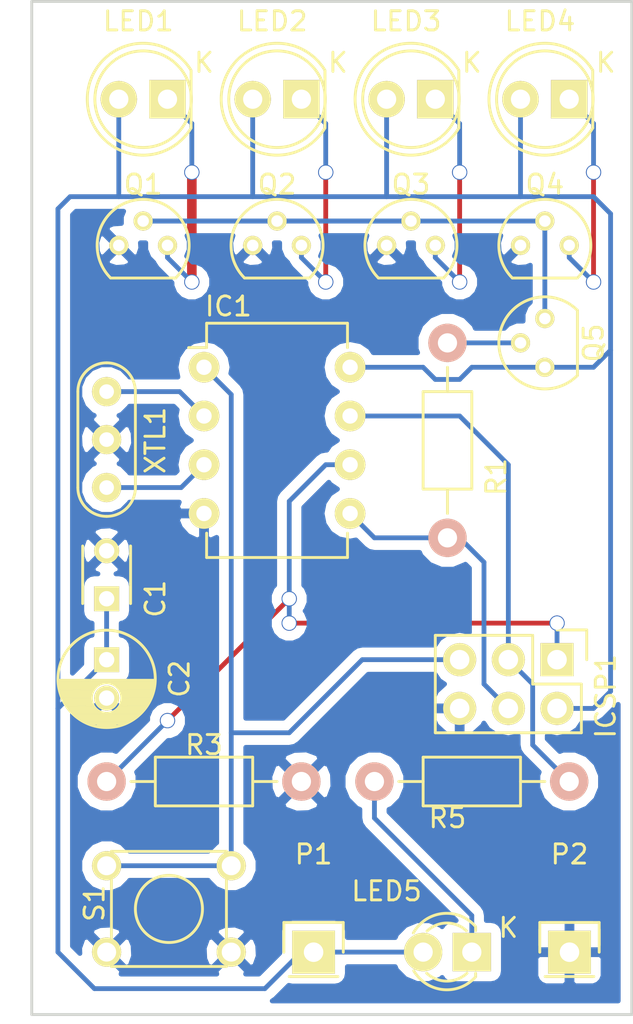
<source format=kicad_pcb>
(kicad_pcb (version 4) (host pcbnew 4.0.2-stable)

  (general
    (links 43)
    (no_connects 0)
    (area 148.95 69.106 181.875 122.62)
    (thickness 1.6)
    (drawings 5)
    (tracks 102)
    (zones 0)
    (modules 21)
    (nets 16)
  )

  (page A4)
  (layers
    (0 F.Cu signal)
    (31 B.Cu signal)
    (32 B.Adhes user)
    (33 F.Adhes user)
    (34 B.Paste user)
    (35 F.Paste user)
    (36 B.SilkS user)
    (37 F.SilkS user)
    (38 B.Mask user)
    (39 F.Mask user)
    (40 Dwgs.User user)
    (41 Cmts.User user)
    (42 Eco1.User user)
    (43 Eco2.User user)
    (44 Edge.Cuts user)
    (45 Margin user)
    (46 B.CrtYd user)
    (47 F.CrtYd user)
    (48 B.Fab user)
    (49 F.Fab user)
  )

  (setup
    (last_trace_width 0.25)
    (trace_clearance 0.2)
    (zone_clearance 0.508)
    (zone_45_only yes)
    (trace_min 0.2)
    (segment_width 0.2)
    (edge_width 0.15)
    (via_size 0.8)
    (via_drill 0.7)
    (via_min_size 0.4)
    (via_min_drill 0.3)
    (uvia_size 0.3)
    (uvia_drill 0.1)
    (uvias_allowed no)
    (uvia_min_size 0.2)
    (uvia_min_drill 0.1)
    (pcb_text_width 0.3)
    (pcb_text_size 1.5 1.5)
    (mod_edge_width 0.15)
    (mod_text_size 1 1)
    (mod_text_width 0.15)
    (pad_size 1.524 1.524)
    (pad_drill 0.762)
    (pad_to_mask_clearance 0.2)
    (aux_axis_origin 0 0)
    (visible_elements 7FFEFFFF)
    (pcbplotparams
      (layerselection 0x00100_80000000)
      (usegerberextensions false)
      (excludeedgelayer true)
      (linewidth 0.100000)
      (plotframeref false)
      (viasonmask false)
      (mode 1)
      (useauxorigin false)
      (hpglpennumber 1)
      (hpglpenspeed 20)
      (hpglpendiameter 15)
      (hpglpenoverlay 2)
      (psnegative false)
      (psa4output false)
      (plotreference true)
      (plotvalue true)
      (plotinvisibletext false)
      (padsonsilk false)
      (subtractmaskfromsilk false)
      (outputformat 1)
      (mirror false)
      (drillshape 0)
      (scaleselection 1)
      (outputdirectory gerber/))
  )

  (net 0 "")
  (net 1 VCC)
  (net 2 GND)
  (net 3 PB5)
  (net 4 PB3)
  (net 5 PB4)
  (net 6 PB0)
  (net 7 PB1)
  (net 8 PB2)
  (net 9 "Net-(LED1-Pad1)")
  (net 10 "Net-(LED2-Pad1)")
  (net 11 "Net-(LED3-Pad1)")
  (net 12 "Net-(LED4-Pad1)")
  (net 13 "Net-(LED5-Pad1)")
  (net 14 4xQ)
  (net 15 "Net-(Q5-Pad2)")

  (net_class Default "This is the default net class."
    (clearance 0.2)
    (trace_width 0.25)
    (via_dia 0.8)
    (via_drill 0.7)
    (uvia_dia 0.3)
    (uvia_drill 0.1)
    (add_net 4xQ)
    (add_net GND)
    (add_net "Net-(LED1-Pad1)")
    (add_net "Net-(LED2-Pad1)")
    (add_net "Net-(LED3-Pad1)")
    (add_net "Net-(LED4-Pad1)")
    (add_net "Net-(LED5-Pad1)")
    (add_net "Net-(Q5-Pad2)")
    (add_net PB0)
    (add_net PB1)
    (add_net PB2)
    (add_net PB3)
    (add_net PB4)
    (add_net PB5)
    (add_net VCC)
  )

  (module Capacitors_ThroughHole:C_Disc_D3_P2.5 (layer F.Cu) (tedit 57594A84) (tstamp 57584DD7)
    (at 154.305 100.33 90)
    (descr "Capacitor 3mm Disc, Pitch 2.5mm")
    (tags Capacitor)
    (path /5757FD29)
    (fp_text reference C1 (at 0 2.54 90) (layer F.SilkS)
      (effects (font (size 1 1) (thickness 0.15)))
    )
    (fp_text value 0.1uF (at 1.25 2.5 90) (layer F.Fab)
      (effects (font (size 1 1) (thickness 0.15)))
    )
    (fp_line (start -0.9 -1.5) (end 3.4 -1.5) (layer F.CrtYd) (width 0.05))
    (fp_line (start 3.4 -1.5) (end 3.4 1.5) (layer F.CrtYd) (width 0.05))
    (fp_line (start 3.4 1.5) (end -0.9 1.5) (layer F.CrtYd) (width 0.05))
    (fp_line (start -0.9 1.5) (end -0.9 -1.5) (layer F.CrtYd) (width 0.05))
    (fp_line (start -0.25 -1.25) (end 2.75 -1.25) (layer F.SilkS) (width 0.15))
    (fp_line (start 2.75 1.25) (end -0.25 1.25) (layer F.SilkS) (width 0.15))
    (pad 1 thru_hole rect (at 0 0 90) (size 1.3 1.3) (drill 0.8) (layers *.Cu *.Mask F.SilkS)
      (net 1 VCC))
    (pad 2 thru_hole circle (at 2.5 0 90) (size 1.3 1.3) (drill 0.8001) (layers *.Cu *.Mask F.SilkS)
      (net 2 GND))
    (model Capacitors_ThroughHole.3dshapes/C_Disc_D3_P2.5.wrl
      (at (xyz 0.0492126 0 0))
      (scale (xyz 1 1 1))
      (rotate (xyz 0 0 0))
    )
  )

  (module Capacitors_ThroughHole:C_Radial_D5_L11_P2 (layer F.Cu) (tedit 0) (tstamp 57584DDD)
    (at 154.305 103.505 270)
    (descr "Radial Electrolytic Capacitor 5mm x Length 11mm, Pitch 2mm")
    (tags "Electrolytic Capacitor")
    (path /5757FCDE)
    (fp_text reference C2 (at 1 -3.8 270) (layer F.SilkS)
      (effects (font (size 1 1) (thickness 0.15)))
    )
    (fp_text value ">=220uF, >=6.3V" (at 1 3.8 270) (layer F.Fab)
      (effects (font (size 1 1) (thickness 0.15)))
    )
    (fp_line (start 1.075 -2.499) (end 1.075 2.499) (layer F.SilkS) (width 0.15))
    (fp_line (start 1.215 -2.491) (end 1.215 -0.154) (layer F.SilkS) (width 0.15))
    (fp_line (start 1.215 0.154) (end 1.215 2.491) (layer F.SilkS) (width 0.15))
    (fp_line (start 1.355 -2.475) (end 1.355 -0.473) (layer F.SilkS) (width 0.15))
    (fp_line (start 1.355 0.473) (end 1.355 2.475) (layer F.SilkS) (width 0.15))
    (fp_line (start 1.495 -2.451) (end 1.495 -0.62) (layer F.SilkS) (width 0.15))
    (fp_line (start 1.495 0.62) (end 1.495 2.451) (layer F.SilkS) (width 0.15))
    (fp_line (start 1.635 -2.418) (end 1.635 -0.712) (layer F.SilkS) (width 0.15))
    (fp_line (start 1.635 0.712) (end 1.635 2.418) (layer F.SilkS) (width 0.15))
    (fp_line (start 1.775 -2.377) (end 1.775 -0.768) (layer F.SilkS) (width 0.15))
    (fp_line (start 1.775 0.768) (end 1.775 2.377) (layer F.SilkS) (width 0.15))
    (fp_line (start 1.915 -2.327) (end 1.915 -0.795) (layer F.SilkS) (width 0.15))
    (fp_line (start 1.915 0.795) (end 1.915 2.327) (layer F.SilkS) (width 0.15))
    (fp_line (start 2.055 -2.266) (end 2.055 -0.798) (layer F.SilkS) (width 0.15))
    (fp_line (start 2.055 0.798) (end 2.055 2.266) (layer F.SilkS) (width 0.15))
    (fp_line (start 2.195 -2.196) (end 2.195 -0.776) (layer F.SilkS) (width 0.15))
    (fp_line (start 2.195 0.776) (end 2.195 2.196) (layer F.SilkS) (width 0.15))
    (fp_line (start 2.335 -2.114) (end 2.335 -0.726) (layer F.SilkS) (width 0.15))
    (fp_line (start 2.335 0.726) (end 2.335 2.114) (layer F.SilkS) (width 0.15))
    (fp_line (start 2.475 -2.019) (end 2.475 -0.644) (layer F.SilkS) (width 0.15))
    (fp_line (start 2.475 0.644) (end 2.475 2.019) (layer F.SilkS) (width 0.15))
    (fp_line (start 2.615 -1.908) (end 2.615 -0.512) (layer F.SilkS) (width 0.15))
    (fp_line (start 2.615 0.512) (end 2.615 1.908) (layer F.SilkS) (width 0.15))
    (fp_line (start 2.755 -1.78) (end 2.755 -0.265) (layer F.SilkS) (width 0.15))
    (fp_line (start 2.755 0.265) (end 2.755 1.78) (layer F.SilkS) (width 0.15))
    (fp_line (start 2.895 -1.631) (end 2.895 1.631) (layer F.SilkS) (width 0.15))
    (fp_line (start 3.035 -1.452) (end 3.035 1.452) (layer F.SilkS) (width 0.15))
    (fp_line (start 3.175 -1.233) (end 3.175 1.233) (layer F.SilkS) (width 0.15))
    (fp_line (start 3.315 -0.944) (end 3.315 0.944) (layer F.SilkS) (width 0.15))
    (fp_line (start 3.455 -0.472) (end 3.455 0.472) (layer F.SilkS) (width 0.15))
    (fp_circle (center 2 0) (end 2 -0.8) (layer F.SilkS) (width 0.15))
    (fp_circle (center 1 0) (end 1 -2.5375) (layer F.SilkS) (width 0.15))
    (fp_circle (center 1 0) (end 1 -2.8) (layer F.CrtYd) (width 0.05))
    (pad 1 thru_hole rect (at 0 0 270) (size 1.3 1.3) (drill 0.8) (layers *.Cu *.Mask F.SilkS)
      (net 1 VCC))
    (pad 2 thru_hole circle (at 2 0 270) (size 1.3 1.3) (drill 0.8) (layers *.Cu *.Mask F.SilkS)
      (net 2 GND))
    (model Capacitors_ThroughHole.3dshapes/C_Radial_D5_L11_P2.wrl
      (at (xyz 0 0 0))
      (scale (xyz 1 1 1))
      (rotate (xyz 0 0 0))
    )
  )

  (module Housings_DIP:DIP-8_W7.62mm (layer F.Cu) (tedit 57594A7F) (tstamp 57584DE9)
    (at 159.385 88.265)
    (descr "8-lead dip package, row spacing 7.62 mm (300 mils)")
    (tags "dil dip 2.54 300")
    (path /5757DE52)
    (fp_text reference IC1 (at 1.27 -3.175) (layer F.SilkS)
      (effects (font (size 1 1) (thickness 0.15)))
    )
    (fp_text value ~ (at 0 -3.72) (layer F.Fab)
      (effects (font (size 1 1) (thickness 0.15)))
    )
    (fp_line (start -1.05 -2.45) (end -1.05 10.1) (layer F.CrtYd) (width 0.05))
    (fp_line (start 8.65 -2.45) (end 8.65 10.1) (layer F.CrtYd) (width 0.05))
    (fp_line (start -1.05 -2.45) (end 8.65 -2.45) (layer F.CrtYd) (width 0.05))
    (fp_line (start -1.05 10.1) (end 8.65 10.1) (layer F.CrtYd) (width 0.05))
    (fp_line (start 0.135 -2.295) (end 0.135 -1.025) (layer F.SilkS) (width 0.15))
    (fp_line (start 7.485 -2.295) (end 7.485 -1.025) (layer F.SilkS) (width 0.15))
    (fp_line (start 7.485 9.915) (end 7.485 8.645) (layer F.SilkS) (width 0.15))
    (fp_line (start 0.135 9.915) (end 0.135 8.645) (layer F.SilkS) (width 0.15))
    (fp_line (start 0.135 -2.295) (end 7.485 -2.295) (layer F.SilkS) (width 0.15))
    (fp_line (start 0.135 9.915) (end 7.485 9.915) (layer F.SilkS) (width 0.15))
    (fp_line (start 0.135 -1.025) (end -0.8 -1.025) (layer F.SilkS) (width 0.15))
    (pad 1 thru_hole oval (at 0 0) (size 1.6 1.6) (drill 0.8) (layers *.Cu *.Mask F.SilkS)
      (net 3 PB5))
    (pad 2 thru_hole oval (at 0 2.54) (size 1.6 1.6) (drill 0.8) (layers *.Cu *.Mask F.SilkS)
      (net 4 PB3))
    (pad 3 thru_hole oval (at 0 5.08) (size 1.6 1.6) (drill 0.8) (layers *.Cu *.Mask F.SilkS)
      (net 5 PB4))
    (pad 4 thru_hole oval (at 0 7.62) (size 1.6 1.6) (drill 0.8) (layers *.Cu *.Mask F.SilkS)
      (net 2 GND))
    (pad 5 thru_hole oval (at 7.62 7.62) (size 1.6 1.6) (drill 0.8) (layers *.Cu *.Mask F.SilkS)
      (net 6 PB0))
    (pad 6 thru_hole oval (at 7.62 5.08) (size 1.6 1.6) (drill 0.8) (layers *.Cu *.Mask F.SilkS)
      (net 7 PB1))
    (pad 7 thru_hole oval (at 7.62 2.54) (size 1.6 1.6) (drill 0.8) (layers *.Cu *.Mask F.SilkS)
      (net 8 PB2))
    (pad 8 thru_hole oval (at 7.62 0) (size 1.6 1.6) (drill 0.8) (layers *.Cu *.Mask F.SilkS)
      (net 1 VCC))
    (model Housings_DIP.3dshapes/DIP-8_W7.62mm.wrl
      (at (xyz 0 0 0))
      (scale (xyz 1 1 1))
      (rotate (xyz 0 0 0))
    )
  )

  (module LEDs:LED-5MM (layer F.Cu) (tedit 57594A01) (tstamp 57584DEF)
    (at 157.48 74.295 180)
    (descr "LED 5mm round vertical")
    (tags "LED 5mm round vertical")
    (path /57582165)
    (fp_text reference LED1 (at 1.524 4.064 180) (layer F.SilkS)
      (effects (font (size 1 1) (thickness 0.15)))
    )
    (fp_text value ~ (at 8.255 -10.795 180) (layer F.Fab)
      (effects (font (size 1 1) (thickness 0.15)))
    )
    (fp_line (start -1.5 -1.55) (end -1.5 1.55) (layer F.CrtYd) (width 0.05))
    (fp_arc (start 1.3 0) (end -1.5 1.55) (angle -302) (layer F.CrtYd) (width 0.05))
    (fp_arc (start 1.27 0) (end -1.23 -1.5) (angle 297.5) (layer F.SilkS) (width 0.15))
    (fp_line (start -1.23 1.5) (end -1.23 -1.5) (layer F.SilkS) (width 0.15))
    (fp_circle (center 1.27 0) (end 0.97 -2.5) (layer F.SilkS) (width 0.15))
    (fp_text user K (at -1.905 1.905 180) (layer F.SilkS)
      (effects (font (size 1 1) (thickness 0.15)))
    )
    (pad 1 thru_hole rect (at 0 0 270) (size 2 1.9) (drill 1.00076) (layers *.Cu *.Mask F.SilkS)
      (net 9 "Net-(LED1-Pad1)"))
    (pad 2 thru_hole circle (at 2.54 0 180) (size 1.9 1.9) (drill 1.00076) (layers *.Cu *.Mask F.SilkS)
      (net 1 VCC))
    (model LEDs.3dshapes/LED-5MM.wrl
      (at (xyz 0.05 0 0))
      (scale (xyz 1 1 1))
      (rotate (xyz 0 0 90))
    )
  )

  (module LEDs:LED-5MM (layer F.Cu) (tedit 5570F7EA) (tstamp 57584DF5)
    (at 164.465 74.295 180)
    (descr "LED 5mm round vertical")
    (tags "LED 5mm round vertical")
    (path /575824DC)
    (fp_text reference LED2 (at 1.524 4.064 180) (layer F.SilkS)
      (effects (font (size 1 1) (thickness 0.15)))
    )
    (fp_text value ~ (at 1.524 -3.937 180) (layer F.Fab)
      (effects (font (size 1 1) (thickness 0.15)))
    )
    (fp_line (start -1.5 -1.55) (end -1.5 1.55) (layer F.CrtYd) (width 0.05))
    (fp_arc (start 1.3 0) (end -1.5 1.55) (angle -302) (layer F.CrtYd) (width 0.05))
    (fp_arc (start 1.27 0) (end -1.23 -1.5) (angle 297.5) (layer F.SilkS) (width 0.15))
    (fp_line (start -1.23 1.5) (end -1.23 -1.5) (layer F.SilkS) (width 0.15))
    (fp_circle (center 1.27 0) (end 0.97 -2.5) (layer F.SilkS) (width 0.15))
    (fp_text user K (at -1.905 1.905 180) (layer F.SilkS)
      (effects (font (size 1 1) (thickness 0.15)))
    )
    (pad 1 thru_hole rect (at 0 0 270) (size 2 1.9) (drill 1.00076) (layers *.Cu *.Mask F.SilkS)
      (net 10 "Net-(LED2-Pad1)"))
    (pad 2 thru_hole circle (at 2.54 0 180) (size 1.9 1.9) (drill 1.00076) (layers *.Cu *.Mask F.SilkS)
      (net 1 VCC))
    (model LEDs.3dshapes/LED-5MM.wrl
      (at (xyz 0.05 0 0))
      (scale (xyz 1 1 1))
      (rotate (xyz 0 0 90))
    )
  )

  (module LEDs:LED-5MM (layer F.Cu) (tedit 5570F7EA) (tstamp 57584DFB)
    (at 171.45 74.295 180)
    (descr "LED 5mm round vertical")
    (tags "LED 5mm round vertical")
    (path /575825CB)
    (fp_text reference LED3 (at 1.524 4.064 180) (layer F.SilkS)
      (effects (font (size 1 1) (thickness 0.15)))
    )
    (fp_text value ~ (at 1.524 -3.937 180) (layer F.Fab)
      (effects (font (size 1 1) (thickness 0.15)))
    )
    (fp_line (start -1.5 -1.55) (end -1.5 1.55) (layer F.CrtYd) (width 0.05))
    (fp_arc (start 1.3 0) (end -1.5 1.55) (angle -302) (layer F.CrtYd) (width 0.05))
    (fp_arc (start 1.27 0) (end -1.23 -1.5) (angle 297.5) (layer F.SilkS) (width 0.15))
    (fp_line (start -1.23 1.5) (end -1.23 -1.5) (layer F.SilkS) (width 0.15))
    (fp_circle (center 1.27 0) (end 0.97 -2.5) (layer F.SilkS) (width 0.15))
    (fp_text user K (at -1.905 1.905 180) (layer F.SilkS)
      (effects (font (size 1 1) (thickness 0.15)))
    )
    (pad 1 thru_hole rect (at 0 0 270) (size 2 1.9) (drill 1.00076) (layers *.Cu *.Mask F.SilkS)
      (net 11 "Net-(LED3-Pad1)"))
    (pad 2 thru_hole circle (at 2.54 0 180) (size 1.9 1.9) (drill 1.00076) (layers *.Cu *.Mask F.SilkS)
      (net 1 VCC))
    (model LEDs.3dshapes/LED-5MM.wrl
      (at (xyz 0.05 0 0))
      (scale (xyz 1 1 1))
      (rotate (xyz 0 0 90))
    )
  )

  (module LEDs:LED-5MM (layer F.Cu) (tedit 5570F7EA) (tstamp 57584E01)
    (at 178.435 74.295 180)
    (descr "LED 5mm round vertical")
    (tags "LED 5mm round vertical")
    (path /57581A41)
    (fp_text reference LED4 (at 1.524 4.064 180) (layer F.SilkS)
      (effects (font (size 1 1) (thickness 0.15)))
    )
    (fp_text value ~ (at 1.524 -3.937 180) (layer F.Fab)
      (effects (font (size 1 1) (thickness 0.15)))
    )
    (fp_line (start -1.5 -1.55) (end -1.5 1.55) (layer F.CrtYd) (width 0.05))
    (fp_arc (start 1.3 0) (end -1.5 1.55) (angle -302) (layer F.CrtYd) (width 0.05))
    (fp_arc (start 1.27 0) (end -1.23 -1.5) (angle 297.5) (layer F.SilkS) (width 0.15))
    (fp_line (start -1.23 1.5) (end -1.23 -1.5) (layer F.SilkS) (width 0.15))
    (fp_circle (center 1.27 0) (end 0.97 -2.5) (layer F.SilkS) (width 0.15))
    (fp_text user K (at -1.905 1.905 180) (layer F.SilkS)
      (effects (font (size 1 1) (thickness 0.15)))
    )
    (pad 1 thru_hole rect (at 0 0 270) (size 2 1.9) (drill 1.00076) (layers *.Cu *.Mask F.SilkS)
      (net 12 "Net-(LED4-Pad1)"))
    (pad 2 thru_hole circle (at 2.54 0 180) (size 1.9 1.9) (drill 1.00076) (layers *.Cu *.Mask F.SilkS)
      (net 1 VCC))
    (model LEDs.3dshapes/LED-5MM.wrl
      (at (xyz 0.05 0 0))
      (scale (xyz 1 1 1))
      (rotate (xyz 0 0 90))
    )
  )

  (module LEDs:LED-3MM (layer F.Cu) (tedit 57594ACD) (tstamp 57584E07)
    (at 173.355 118.745 180)
    (descr "LED 3mm round vertical")
    (tags "LED  3mm round vertical")
    (path /57583B30)
    (fp_text reference LED5 (at 4.445 3.175 180) (layer F.SilkS)
      (effects (font (size 1 1) (thickness 0.15)))
    )
    (fp_text value "Green 3mm" (at 1.3 -2.9 180) (layer F.Fab)
      (effects (font (size 1 1) (thickness 0.15)))
    )
    (fp_line (start -1.2 2.3) (end 3.8 2.3) (layer F.CrtYd) (width 0.05))
    (fp_line (start 3.8 2.3) (end 3.8 -2.2) (layer F.CrtYd) (width 0.05))
    (fp_line (start 3.8 -2.2) (end -1.2 -2.2) (layer F.CrtYd) (width 0.05))
    (fp_line (start -1.2 -2.2) (end -1.2 2.3) (layer F.CrtYd) (width 0.05))
    (fp_line (start -0.199 1.314) (end -0.199 1.114) (layer F.SilkS) (width 0.15))
    (fp_line (start -0.199 -1.28) (end -0.199 -1.1) (layer F.SilkS) (width 0.15))
    (fp_arc (start 1.301 0.034) (end -0.199 -1.286) (angle 108.5) (layer F.SilkS) (width 0.15))
    (fp_arc (start 1.301 0.034) (end 0.25 -1.1) (angle 85.7) (layer F.SilkS) (width 0.15))
    (fp_arc (start 1.311 0.034) (end 3.051 0.994) (angle 110) (layer F.SilkS) (width 0.15))
    (fp_arc (start 1.301 0.034) (end 2.335 1.094) (angle 87.5) (layer F.SilkS) (width 0.15))
    (fp_text user K (at -1.905 1.27 180) (layer F.SilkS)
      (effects (font (size 1 1) (thickness 0.15)))
    )
    (pad 1 thru_hole rect (at 0 0 270) (size 2 2) (drill 1.00076) (layers *.Cu *.Mask F.SilkS)
      (net 13 "Net-(LED5-Pad1)"))
    (pad 2 thru_hole circle (at 2.54 0 180) (size 2 2) (drill 1.00076) (layers *.Cu *.Mask F.SilkS)
      (net 1 VCC))
    (model LEDs.3dshapes/LED-3MM.wrl
      (at (xyz 0.05 0 0))
      (scale (xyz 1 1 1))
      (rotate (xyz 0 0 90))
    )
  )

  (module TO_SOT_Packages_THT:TO-92_Molded_Narrow (layer F.Cu) (tedit 57594A75) (tstamp 57584E0E)
    (at 154.94 81.915)
    (descr "TO-92 leads molded, narrow, drill 0.6mm (see NXP sot054_po.pdf)")
    (tags "to-92 sc-43 sc-43a sot54 PA33 transistor")
    (path /5758215F)
    (fp_text reference Q1 (at 1.27 -3.175) (layer F.SilkS)
      (effects (font (size 1 1) (thickness 0.15)))
    )
    (fp_text value ~ (at 0 3) (layer F.Fab)
      (effects (font (size 1 1) (thickness 0.15)))
    )
    (fp_line (start -1.4 1.95) (end -1.4 -2.65) (layer F.CrtYd) (width 0.05))
    (fp_line (start -1.4 1.95) (end 3.9 1.95) (layer F.CrtYd) (width 0.05))
    (fp_line (start -0.43 1.7) (end 2.97 1.7) (layer F.SilkS) (width 0.15))
    (fp_arc (start 1.27 0) (end 1.27 -2.4) (angle -135) (layer F.SilkS) (width 0.15))
    (fp_arc (start 1.27 0) (end 1.27 -2.4) (angle 135) (layer F.SilkS) (width 0.15))
    (fp_line (start -1.4 -2.65) (end 3.9 -2.65) (layer F.CrtYd) (width 0.05))
    (fp_line (start 3.9 1.95) (end 3.9 -2.65) (layer F.CrtYd) (width 0.05))
    (pad 2 thru_hole circle (at 1.27 -1.27 90) (size 1.00076 1.00076) (drill 0.6) (layers *.Cu *.Mask F.SilkS)
      (net 14 4xQ))
    (pad 3 thru_hole circle (at 2.54 0 90) (size 1.00076 1.00076) (drill 0.6) (layers *.Cu *.Mask F.SilkS)
      (net 9 "Net-(LED1-Pad1)"))
    (pad 1 thru_hole circle (at 0 0 90) (size 1.00076 1.00076) (drill 0.6) (layers *.Cu *.Mask F.SilkS)
      (net 2 GND))
    (model TO_SOT_Packages_THT.3dshapes/TO-92_Molded_Narrow.wrl
      (at (xyz 0.05 0 0))
      (scale (xyz 1 1 1))
      (rotate (xyz 0 0 -90))
    )
  )

  (module TO_SOT_Packages_THT:TO-92_Molded_Narrow (layer F.Cu) (tedit 57594A73) (tstamp 57584E15)
    (at 161.925 81.915)
    (descr "TO-92 leads molded, narrow, drill 0.6mm (see NXP sot054_po.pdf)")
    (tags "to-92 sc-43 sc-43a sot54 PA33 transistor")
    (path /575824D6)
    (fp_text reference Q2 (at 1.27 -3.175) (layer F.SilkS)
      (effects (font (size 1 1) (thickness 0.15)))
    )
    (fp_text value ~ (at 0 3) (layer F.Fab)
      (effects (font (size 1 1) (thickness 0.15)))
    )
    (fp_line (start -1.4 1.95) (end -1.4 -2.65) (layer F.CrtYd) (width 0.05))
    (fp_line (start -1.4 1.95) (end 3.9 1.95) (layer F.CrtYd) (width 0.05))
    (fp_line (start -0.43 1.7) (end 2.97 1.7) (layer F.SilkS) (width 0.15))
    (fp_arc (start 1.27 0) (end 1.27 -2.4) (angle -135) (layer F.SilkS) (width 0.15))
    (fp_arc (start 1.27 0) (end 1.27 -2.4) (angle 135) (layer F.SilkS) (width 0.15))
    (fp_line (start -1.4 -2.65) (end 3.9 -2.65) (layer F.CrtYd) (width 0.05))
    (fp_line (start 3.9 1.95) (end 3.9 -2.65) (layer F.CrtYd) (width 0.05))
    (pad 2 thru_hole circle (at 1.27 -1.27 90) (size 1.00076 1.00076) (drill 0.6) (layers *.Cu *.Mask F.SilkS)
      (net 14 4xQ))
    (pad 3 thru_hole circle (at 2.54 0 90) (size 1.00076 1.00076) (drill 0.6) (layers *.Cu *.Mask F.SilkS)
      (net 10 "Net-(LED2-Pad1)"))
    (pad 1 thru_hole circle (at 0 0 90) (size 1.00076 1.00076) (drill 0.6) (layers *.Cu *.Mask F.SilkS)
      (net 2 GND))
    (model TO_SOT_Packages_THT.3dshapes/TO-92_Molded_Narrow.wrl
      (at (xyz 0.05 0 0))
      (scale (xyz 1 1 1))
      (rotate (xyz 0 0 -90))
    )
  )

  (module TO_SOT_Packages_THT:TO-92_Molded_Narrow (layer F.Cu) (tedit 57594A71) (tstamp 57584E1C)
    (at 168.91 81.915)
    (descr "TO-92 leads molded, narrow, drill 0.6mm (see NXP sot054_po.pdf)")
    (tags "to-92 sc-43 sc-43a sot54 PA33 transistor")
    (path /575825C5)
    (fp_text reference Q3 (at 1.27 -3.175) (layer F.SilkS)
      (effects (font (size 1 1) (thickness 0.15)))
    )
    (fp_text value ~ (at 0 3) (layer F.Fab)
      (effects (font (size 1 1) (thickness 0.15)))
    )
    (fp_line (start -1.4 1.95) (end -1.4 -2.65) (layer F.CrtYd) (width 0.05))
    (fp_line (start -1.4 1.95) (end 3.9 1.95) (layer F.CrtYd) (width 0.05))
    (fp_line (start -0.43 1.7) (end 2.97 1.7) (layer F.SilkS) (width 0.15))
    (fp_arc (start 1.27 0) (end 1.27 -2.4) (angle -135) (layer F.SilkS) (width 0.15))
    (fp_arc (start 1.27 0) (end 1.27 -2.4) (angle 135) (layer F.SilkS) (width 0.15))
    (fp_line (start -1.4 -2.65) (end 3.9 -2.65) (layer F.CrtYd) (width 0.05))
    (fp_line (start 3.9 1.95) (end 3.9 -2.65) (layer F.CrtYd) (width 0.05))
    (pad 2 thru_hole circle (at 1.27 -1.27 90) (size 1.00076 1.00076) (drill 0.6) (layers *.Cu *.Mask F.SilkS)
      (net 14 4xQ))
    (pad 3 thru_hole circle (at 2.54 0 90) (size 1.00076 1.00076) (drill 0.6) (layers *.Cu *.Mask F.SilkS)
      (net 11 "Net-(LED3-Pad1)"))
    (pad 1 thru_hole circle (at 0 0 90) (size 1.00076 1.00076) (drill 0.6) (layers *.Cu *.Mask F.SilkS)
      (net 2 GND))
    (model TO_SOT_Packages_THT.3dshapes/TO-92_Molded_Narrow.wrl
      (at (xyz 0.05 0 0))
      (scale (xyz 1 1 1))
      (rotate (xyz 0 0 -90))
    )
  )

  (module TO_SOT_Packages_THT:TO-92_Molded_Narrow (layer F.Cu) (tedit 57594A6E) (tstamp 57584E23)
    (at 175.895 81.915)
    (descr "TO-92 leads molded, narrow, drill 0.6mm (see NXP sot054_po.pdf)")
    (tags "to-92 sc-43 sc-43a sot54 PA33 transistor")
    (path /575819B0)
    (fp_text reference Q4 (at 1.27 -3.175) (layer F.SilkS)
      (effects (font (size 1 1) (thickness 0.15)))
    )
    (fp_text value ~ (at 0 3) (layer F.Fab)
      (effects (font (size 1 1) (thickness 0.15)))
    )
    (fp_line (start -1.4 1.95) (end -1.4 -2.65) (layer F.CrtYd) (width 0.05))
    (fp_line (start -1.4 1.95) (end 3.9 1.95) (layer F.CrtYd) (width 0.05))
    (fp_line (start -0.43 1.7) (end 2.97 1.7) (layer F.SilkS) (width 0.15))
    (fp_arc (start 1.27 0) (end 1.27 -2.4) (angle -135) (layer F.SilkS) (width 0.15))
    (fp_arc (start 1.27 0) (end 1.27 -2.4) (angle 135) (layer F.SilkS) (width 0.15))
    (fp_line (start -1.4 -2.65) (end 3.9 -2.65) (layer F.CrtYd) (width 0.05))
    (fp_line (start 3.9 1.95) (end 3.9 -2.65) (layer F.CrtYd) (width 0.05))
    (pad 2 thru_hole circle (at 1.27 -1.27 90) (size 1.00076 1.00076) (drill 0.6) (layers *.Cu *.Mask F.SilkS)
      (net 14 4xQ))
    (pad 3 thru_hole circle (at 2.54 0 90) (size 1.00076 1.00076) (drill 0.6) (layers *.Cu *.Mask F.SilkS)
      (net 12 "Net-(LED4-Pad1)"))
    (pad 1 thru_hole circle (at 0 0 90) (size 1.00076 1.00076) (drill 0.6) (layers *.Cu *.Mask F.SilkS)
      (net 2 GND))
    (model TO_SOT_Packages_THT.3dshapes/TO-92_Molded_Narrow.wrl
      (at (xyz 0.05 0 0))
      (scale (xyz 1 1 1))
      (rotate (xyz 0 0 -90))
    )
  )

  (module TO_SOT_Packages_THT:TO-92_Molded_Narrow (layer F.Cu) (tedit 57594A6B) (tstamp 57584E2A)
    (at 177.165 88.265 90)
    (descr "TO-92 leads molded, narrow, drill 0.6mm (see NXP sot054_po.pdf)")
    (tags "to-92 sc-43 sc-43a sot54 PA33 transistor")
    (path /57580AE2)
    (fp_text reference Q5 (at 1.27 2.54 90) (layer F.SilkS)
      (effects (font (size 1 1) (thickness 0.15)))
    )
    (fp_text value ~ (at 0 3 90) (layer F.Fab)
      (effects (font (size 1 1) (thickness 0.15)))
    )
    (fp_line (start -1.4 1.95) (end -1.4 -2.65) (layer F.CrtYd) (width 0.05))
    (fp_line (start -1.4 1.95) (end 3.9 1.95) (layer F.CrtYd) (width 0.05))
    (fp_line (start -0.43 1.7) (end 2.97 1.7) (layer F.SilkS) (width 0.15))
    (fp_arc (start 1.27 0) (end 1.27 -2.4) (angle -135) (layer F.SilkS) (width 0.15))
    (fp_arc (start 1.27 0) (end 1.27 -2.4) (angle 135) (layer F.SilkS) (width 0.15))
    (fp_line (start -1.4 -2.65) (end 3.9 -2.65) (layer F.CrtYd) (width 0.05))
    (fp_line (start 3.9 1.95) (end 3.9 -2.65) (layer F.CrtYd) (width 0.05))
    (pad 2 thru_hole circle (at 1.27 -1.27 180) (size 1.00076 1.00076) (drill 0.6) (layers *.Cu *.Mask F.SilkS)
      (net 15 "Net-(Q5-Pad2)"))
    (pad 3 thru_hole circle (at 2.54 0 180) (size 1.00076 1.00076) (drill 0.6) (layers *.Cu *.Mask F.SilkS)
      (net 14 4xQ))
    (pad 1 thru_hole circle (at 0 0 180) (size 1.00076 1.00076) (drill 0.6) (layers *.Cu *.Mask F.SilkS)
      (net 1 VCC))
    (model TO_SOT_Packages_THT.3dshapes/TO-92_Molded_Narrow.wrl
      (at (xyz 0.05 0 0))
      (scale (xyz 1 1 1))
      (rotate (xyz 0 0 -90))
    )
  )

  (module Resistors_ThroughHole:Resistor_Horizontal_RM10mm (layer F.Cu) (tedit 57594A66) (tstamp 57584E30)
    (at 172.085 86.995 270)
    (descr "Resistor, Axial,  RM 10mm, 1/3W")
    (tags "Resistor Axial RM 10mm 1/3W")
    (path /5758072A)
    (fp_text reference R1 (at 6.985 -2.54 270) (layer F.SilkS)
      (effects (font (size 1 1) (thickness 0.15)))
    )
    (fp_text value "1K, 1/4W 5%" (at 5.08 3.81 270) (layer F.Fab)
      (effects (font (size 1 1) (thickness 0.15)))
    )
    (fp_line (start -1.25 -1.5) (end 11.4 -1.5) (layer F.CrtYd) (width 0.05))
    (fp_line (start -1.25 1.5) (end -1.25 -1.5) (layer F.CrtYd) (width 0.05))
    (fp_line (start 11.4 -1.5) (end 11.4 1.5) (layer F.CrtYd) (width 0.05))
    (fp_line (start -1.25 1.5) (end 11.4 1.5) (layer F.CrtYd) (width 0.05))
    (fp_line (start 2.54 -1.27) (end 7.62 -1.27) (layer F.SilkS) (width 0.15))
    (fp_line (start 7.62 -1.27) (end 7.62 1.27) (layer F.SilkS) (width 0.15))
    (fp_line (start 7.62 1.27) (end 2.54 1.27) (layer F.SilkS) (width 0.15))
    (fp_line (start 2.54 1.27) (end 2.54 -1.27) (layer F.SilkS) (width 0.15))
    (fp_line (start 2.54 0) (end 1.27 0) (layer F.SilkS) (width 0.15))
    (fp_line (start 7.62 0) (end 8.89 0) (layer F.SilkS) (width 0.15))
    (pad 1 thru_hole circle (at 0 0 270) (size 1.99898 1.99898) (drill 1.00076) (layers *.Cu *.SilkS *.Mask)
      (net 15 "Net-(Q5-Pad2)"))
    (pad 2 thru_hole circle (at 10.16 0 270) (size 1.99898 1.99898) (drill 1.00076) (layers *.Cu *.SilkS *.Mask)
      (net 6 PB0))
    (model Resistors_ThroughHole.3dshapes/Resistor_Horizontal_RM10mm.wrl
      (at (xyz 0.2 0 0))
      (scale (xyz 0.4 0.4 0.4))
      (rotate (xyz 0 0 0))
    )
  )

  (module Resistors_ThroughHole:Resistor_Horizontal_RM10mm (layer F.Cu) (tedit 57594A99) (tstamp 57584E36)
    (at 164.465 109.855 180)
    (descr "Resistor, Axial,  RM 10mm, 1/3W")
    (tags "Resistor Axial RM 10mm 1/3W")
    (path /5758897B)
    (fp_text reference R3 (at 5.08 1.905 180) (layer F.SilkS)
      (effects (font (size 1 1) (thickness 0.15)))
    )
    (fp_text value "10K, 1/4 5%" (at 5.08 3.81 180) (layer F.Fab)
      (effects (font (size 1 1) (thickness 0.15)))
    )
    (fp_line (start -1.25 -1.5) (end 11.4 -1.5) (layer F.CrtYd) (width 0.05))
    (fp_line (start -1.25 1.5) (end -1.25 -1.5) (layer F.CrtYd) (width 0.05))
    (fp_line (start 11.4 -1.5) (end 11.4 1.5) (layer F.CrtYd) (width 0.05))
    (fp_line (start -1.25 1.5) (end 11.4 1.5) (layer F.CrtYd) (width 0.05))
    (fp_line (start 2.54 -1.27) (end 7.62 -1.27) (layer F.SilkS) (width 0.15))
    (fp_line (start 7.62 -1.27) (end 7.62 1.27) (layer F.SilkS) (width 0.15))
    (fp_line (start 7.62 1.27) (end 2.54 1.27) (layer F.SilkS) (width 0.15))
    (fp_line (start 2.54 1.27) (end 2.54 -1.27) (layer F.SilkS) (width 0.15))
    (fp_line (start 2.54 0) (end 1.27 0) (layer F.SilkS) (width 0.15))
    (fp_line (start 7.62 0) (end 8.89 0) (layer F.SilkS) (width 0.15))
    (pad 1 thru_hole circle (at 0 0 180) (size 1.99898 1.99898) (drill 1.00076) (layers *.Cu *.SilkS *.Mask)
      (net 2 GND))
    (pad 2 thru_hole circle (at 10.16 0 180) (size 1.99898 1.99898) (drill 1.00076) (layers *.Cu *.SilkS *.Mask)
      (net 7 PB1))
    (model Resistors_ThroughHole.3dshapes/Resistor_Horizontal_RM10mm.wrl
      (at (xyz 0.2 0 0))
      (scale (xyz 0.4 0.4 0.4))
      (rotate (xyz 0 0 0))
    )
  )

  (module Resistors_ThroughHole:Resistor_Horizontal_RM10mm (layer F.Cu) (tedit 57594ABB) (tstamp 57584E3C)
    (at 168.275 109.855)
    (descr "Resistor, Axial,  RM 10mm, 1/3W")
    (tags "Resistor Axial RM 10mm 1/3W")
    (path /57583A9E)
    (fp_text reference R5 (at 3.81 1.905) (layer F.SilkS)
      (effects (font (size 1 1) (thickness 0.15)))
    )
    (fp_text value "1K, 1/4W 5%" (at 5.08 3.81) (layer F.Fab)
      (effects (font (size 1 1) (thickness 0.15)))
    )
    (fp_line (start -1.25 -1.5) (end 11.4 -1.5) (layer F.CrtYd) (width 0.05))
    (fp_line (start -1.25 1.5) (end -1.25 -1.5) (layer F.CrtYd) (width 0.05))
    (fp_line (start 11.4 -1.5) (end 11.4 1.5) (layer F.CrtYd) (width 0.05))
    (fp_line (start -1.25 1.5) (end 11.4 1.5) (layer F.CrtYd) (width 0.05))
    (fp_line (start 2.54 -1.27) (end 7.62 -1.27) (layer F.SilkS) (width 0.15))
    (fp_line (start 7.62 -1.27) (end 7.62 1.27) (layer F.SilkS) (width 0.15))
    (fp_line (start 7.62 1.27) (end 2.54 1.27) (layer F.SilkS) (width 0.15))
    (fp_line (start 2.54 1.27) (end 2.54 -1.27) (layer F.SilkS) (width 0.15))
    (fp_line (start 2.54 0) (end 1.27 0) (layer F.SilkS) (width 0.15))
    (fp_line (start 7.62 0) (end 8.89 0) (layer F.SilkS) (width 0.15))
    (pad 1 thru_hole circle (at 0 0) (size 1.99898 1.99898) (drill 1.00076) (layers *.Cu *.SilkS *.Mask)
      (net 13 "Net-(LED5-Pad1)"))
    (pad 2 thru_hole circle (at 10.16 0) (size 1.99898 1.99898) (drill 1.00076) (layers *.Cu *.SilkS *.Mask)
      (net 8 PB2))
    (model Resistors_ThroughHole.3dshapes/Resistor_Horizontal_RM10mm.wrl
      (at (xyz 0.2 0 0))
      (scale (xyz 0.4 0.4 0.4))
      (rotate (xyz 0 0 0))
    )
  )

  (module Pin_Headers:Pin_Header_Straight_2x03 (layer F.Cu) (tedit 57594ABF) (tstamp 57585274)
    (at 177.8 103.505 270)
    (descr "Through hole pin header")
    (tags "pin header")
    (path /5757F402)
    (fp_text reference ICSP1 (at 1.905 -2.54 270) (layer F.SilkS)
      (effects (font (size 1 1) (thickness 0.15)))
    )
    (fp_text value ~ (at 0 -3.1 270) (layer F.Fab)
      (effects (font (size 1 1) (thickness 0.15)))
    )
    (fp_line (start -1.27 1.27) (end -1.27 6.35) (layer F.SilkS) (width 0.15))
    (fp_line (start -1.55 -1.55) (end 0 -1.55) (layer F.SilkS) (width 0.15))
    (fp_line (start -1.75 -1.75) (end -1.75 6.85) (layer F.CrtYd) (width 0.05))
    (fp_line (start 4.3 -1.75) (end 4.3 6.85) (layer F.CrtYd) (width 0.05))
    (fp_line (start -1.75 -1.75) (end 4.3 -1.75) (layer F.CrtYd) (width 0.05))
    (fp_line (start -1.75 6.85) (end 4.3 6.85) (layer F.CrtYd) (width 0.05))
    (fp_line (start 1.27 -1.27) (end 1.27 1.27) (layer F.SilkS) (width 0.15))
    (fp_line (start 1.27 1.27) (end -1.27 1.27) (layer F.SilkS) (width 0.15))
    (fp_line (start -1.27 6.35) (end 3.81 6.35) (layer F.SilkS) (width 0.15))
    (fp_line (start 3.81 6.35) (end 3.81 1.27) (layer F.SilkS) (width 0.15))
    (fp_line (start -1.55 -1.55) (end -1.55 0) (layer F.SilkS) (width 0.15))
    (fp_line (start 3.81 -1.27) (end 1.27 -1.27) (layer F.SilkS) (width 0.15))
    (fp_line (start 3.81 1.27) (end 3.81 -1.27) (layer F.SilkS) (width 0.15))
    (pad 1 thru_hole rect (at 0 0 270) (size 1.7272 1.7272) (drill 1.016) (layers *.Cu *.Mask F.SilkS)
      (net 7 PB1))
    (pad 2 thru_hole oval (at 2.54 0 270) (size 1.7272 1.7272) (drill 1.016) (layers *.Cu *.Mask F.SilkS)
      (net 1 VCC))
    (pad 3 thru_hole oval (at 0 2.54 270) (size 1.7272 1.7272) (drill 1.016) (layers *.Cu *.Mask F.SilkS)
      (net 8 PB2))
    (pad 4 thru_hole oval (at 2.54 2.54 270) (size 1.7272 1.7272) (drill 1.016) (layers *.Cu *.Mask F.SilkS)
      (net 6 PB0))
    (pad 5 thru_hole oval (at 0 5.08 270) (size 1.7272 1.7272) (drill 1.016) (layers *.Cu *.Mask F.SilkS)
      (net 3 PB5))
    (pad 6 thru_hole oval (at 2.54 5.08 270) (size 1.7272 1.7272) (drill 1.016) (layers *.Cu *.Mask F.SilkS)
      (net 2 GND))
    (model Pin_Headers.3dshapes/Pin_Header_Straight_2x03.wrl
      (at (xyz 0.05 -0.1 0))
      (scale (xyz 1 1 1))
      (rotate (xyz 0 0 90))
    )
  )

  (module tvbgone_footprints:TE-Connectivity-Alcoswitch-Switches_1825910-6 (layer F.Cu) (tedit 57594A9C) (tstamp 57585E22)
    (at 154.305 118.745 90)
    (path /5758C564)
    (fp_text reference S1 (at 2.54 -0.635 90) (layer F.SilkS)
      (effects (font (size 1 1) (thickness 0.15)))
    )
    (fp_text value 6mm (at 2.25 8.5 90) (layer F.Fab)
      (effects (font (size 1 1) (thickness 0.15)))
    )
    (fp_line (start -0.75 0.25) (end -0.75 6.25) (layer F.SilkS) (width 0.15))
    (fp_line (start -0.75 6.25) (end 5.25 6.25) (layer F.SilkS) (width 0.15))
    (fp_line (start 5.25 6.25) (end 5.25 0.25) (layer F.SilkS) (width 0.15))
    (fp_line (start 5.25 0.25) (end -0.75 0.25) (layer F.SilkS) (width 0.15))
    (fp_circle (center 2.25 3.25) (end 4 3.25) (layer F.SilkS) (width 0.15))
    (pad 4 thru_hole circle (at 0 6.5 180) (size 1.524 1.524) (drill 0.99) (layers *.Cu *.Mask F.SilkS)
      (net 2 GND))
    (pad 2 thru_hole circle (at 4.5 6.5 180) (size 1.524 1.524) (drill 0.99) (layers *.Cu *.Mask F.SilkS)
      (net 3 PB5))
    (pad 3 thru_hole circle (at 0 0 180) (size 1.524 1.524) (drill 0.99) (layers *.Cu *.Mask F.SilkS)
      (net 2 GND))
    (pad 1 thru_hole circle (at 4.5 0 180) (size 1.524 1.524) (drill 0.99) (layers *.Cu *.Mask F.SilkS)
      (net 3 PB5))
  )

  (module tvbgone_footprints:Murata-Electronics-North-America_CSTLS8M00G53-B0 (layer F.Cu) (tedit 57594A88) (tstamp 57585E29)
    (at 154.305 89.535 270)
    (path /5757F25F)
    (fp_text reference XTL1 (at 2.54 -2.54 270) (layer F.SilkS)
      (effects (font (size 1 1) (thickness 0.15)))
    )
    (fp_text value 8MHz (at 2.25 2.75 270) (layer F.Fab)
      (effects (font (size 1 1) (thickness 0.15)))
    )
    (fp_line (start 0 1.5) (end 5 1.5) (layer F.SilkS) (width 0.15))
    (fp_line (start 5 -1.5) (end 0 -1.5) (layer F.SilkS) (width 0.15))
    (fp_arc (start 5 0) (end 6.5 0) (angle 90) (layer F.SilkS) (width 0.15))
    (fp_arc (start 5 0) (end 5 -1.5) (angle 90) (layer F.SilkS) (width 0.15))
    (fp_arc (start 0 0) (end 0 1.5) (angle 90) (layer F.SilkS) (width 0.15))
    (fp_arc (start 0 0) (end -1.5 0) (angle 90) (layer F.SilkS) (width 0.15))
    (pad 3 thru_hole circle (at 5 0 270) (size 1.524 1.524) (drill 0.762) (layers *.Cu *.Mask F.SilkS)
      (net 5 PB4))
    (pad 2 thru_hole circle (at 2.5 0 270) (size 1.524 1.524) (drill 0.762) (layers *.Cu *.Mask F.SilkS)
      (net 2 GND))
    (pad 1 thru_hole circle (at 0 0 270) (size 1.524 1.524) (drill 0.762) (layers *.Cu *.Mask F.SilkS)
      (net 4 PB3))
  )

  (module Pin_Headers:Pin_Header_Straight_1x01 (layer F.Cu) (tedit 54EA08DC) (tstamp 575AFC63)
    (at 165.1 118.75)
    (descr "Through hole pin header")
    (tags "pin header")
    (path /5757F872)
    (fp_text reference P1 (at 0 -5.1) (layer F.SilkS)
      (effects (font (size 1 1) (thickness 0.15)))
    )
    (fp_text value ~ (at 0 -3.1) (layer F.Fab)
      (effects (font (size 1 1) (thickness 0.15)))
    )
    (fp_line (start 1.55 -1.55) (end 1.55 0) (layer F.SilkS) (width 0.15))
    (fp_line (start -1.75 -1.75) (end -1.75 1.75) (layer F.CrtYd) (width 0.05))
    (fp_line (start 1.75 -1.75) (end 1.75 1.75) (layer F.CrtYd) (width 0.05))
    (fp_line (start -1.75 -1.75) (end 1.75 -1.75) (layer F.CrtYd) (width 0.05))
    (fp_line (start -1.75 1.75) (end 1.75 1.75) (layer F.CrtYd) (width 0.05))
    (fp_line (start -1.55 0) (end -1.55 -1.55) (layer F.SilkS) (width 0.15))
    (fp_line (start -1.55 -1.55) (end 1.55 -1.55) (layer F.SilkS) (width 0.15))
    (fp_line (start -1.27 1.27) (end 1.27 1.27) (layer F.SilkS) (width 0.15))
    (pad 1 thru_hole rect (at 0 0) (size 2.2352 2.2352) (drill 1.016) (layers *.Cu *.Mask F.SilkS)
      (net 1 VCC))
    (model Pin_Headers.3dshapes/Pin_Header_Straight_1x01.wrl
      (at (xyz 0 0 0))
      (scale (xyz 1 1 1))
      (rotate (xyz 0 0 90))
    )
  )

  (module Pin_Headers:Pin_Header_Straight_1x01 (layer F.Cu) (tedit 54EA08DC) (tstamp 575AFC68)
    (at 178.45 118.75)
    (descr "Through hole pin header")
    (tags "pin header")
    (path /5757F8D2)
    (fp_text reference P2 (at 0 -5.1) (layer F.SilkS)
      (effects (font (size 1 1) (thickness 0.15)))
    )
    (fp_text value ~ (at 0 -3.1) (layer F.Fab)
      (effects (font (size 1 1) (thickness 0.15)))
    )
    (fp_line (start 1.55 -1.55) (end 1.55 0) (layer F.SilkS) (width 0.15))
    (fp_line (start -1.75 -1.75) (end -1.75 1.75) (layer F.CrtYd) (width 0.05))
    (fp_line (start 1.75 -1.75) (end 1.75 1.75) (layer F.CrtYd) (width 0.05))
    (fp_line (start -1.75 -1.75) (end 1.75 -1.75) (layer F.CrtYd) (width 0.05))
    (fp_line (start -1.75 1.75) (end 1.75 1.75) (layer F.CrtYd) (width 0.05))
    (fp_line (start -1.55 0) (end -1.55 -1.55) (layer F.SilkS) (width 0.15))
    (fp_line (start -1.55 -1.55) (end 1.55 -1.55) (layer F.SilkS) (width 0.15))
    (fp_line (start -1.27 1.27) (end 1.27 1.27) (layer F.SilkS) (width 0.15))
    (pad 1 thru_hole rect (at 0 0) (size 2.2352 2.2352) (drill 1.016) (layers *.Cu *.Mask F.SilkS)
      (net 2 GND))
    (model Pin_Headers.3dshapes/Pin_Header_Straight_1x01.wrl
      (at (xyz 0 0 0))
      (scale (xyz 1 1 1))
      (rotate (xyz 0 0 90))
    )
  )

  (gr_text ".pls GS" (at 177.7 96.2 90) (layer Dwgs.User)
    (effects (font (size 1.5 1.5) (thickness 0.3)))
  )
  (gr_line (start 150.4 69.2) (end 181.7 69.2) (angle 90) (layer Edge.Cuts) (width 0.15))
  (gr_line (start 150.4 69.2) (end 150.4 122) (angle 90) (layer Edge.Cuts) (width 0.15))
  (gr_line (start 181.7 122) (end 181.7 69.2) (angle 90) (layer Edge.Cuts) (width 0.15))
  (gr_line (start 150.4 122) (end 181.7 122) (angle 90) (layer Edge.Cuts) (width 0.15))

  (segment (start 152.4 79.375) (end 151.765 80.01) (width 0.25) (layer B.Cu) (net 1))
  (segment (start 180.594 87.376) (end 180.594 105.156) (width 0.25) (layer B.Cu) (net 1))
  (segment (start 179.705 106.045) (end 177.8 106.045) (width 0.25) (layer B.Cu) (net 1) (tstamp 57592B55))
  (segment (start 180.594 105.156) (end 179.705 106.045) (width 0.25) (layer B.Cu) (net 1) (tstamp 57592B50))
  (segment (start 170.815 118.745) (end 170.815 119.38) (width 0.25) (layer B.Cu) (net 1))
  (segment (start 177.165 88.265) (end 173.355 88.265) (width 0.25) (layer B.Cu) (net 1))
  (segment (start 170.815 88.265) (end 167.005 88.265) (width 0.25) (layer B.Cu) (net 1) (tstamp 57592902))
  (segment (start 171.45 88.9) (end 170.815 88.265) (width 0.25) (layer B.Cu) (net 1) (tstamp 57592900))
  (segment (start 172.72 88.9) (end 171.45 88.9) (width 0.25) (layer B.Cu) (net 1) (tstamp 575928FF))
  (segment (start 173.355 88.265) (end 172.72 88.9) (width 0.25) (layer B.Cu) (net 1) (tstamp 575928F2))
  (segment (start 175.895 79.375) (end 179.705 79.375) (width 0.25) (layer B.Cu) (net 1))
  (segment (start 179.705 88.265) (end 177.165 88.265) (width 0.25) (layer B.Cu) (net 1) (tstamp 575928ED))
  (segment (start 180.594 87.376) (end 179.705 88.265) (width 0.25) (layer B.Cu) (net 1) (tstamp 575928EB))
  (segment (start 180.594 80.264) (end 180.594 87.376) (width 0.25) (layer B.Cu) (net 1) (tstamp 575928E9))
  (segment (start 179.705 79.375) (end 180.594 80.264) (width 0.25) (layer B.Cu) (net 1) (tstamp 575928E6))
  (segment (start 154.94 79.375) (end 154.94 74.295) (width 0.25) (layer B.Cu) (net 1))
  (segment (start 161.925 79.375) (end 161.925 74.295) (width 0.25) (layer B.Cu) (net 1))
  (segment (start 168.91 79.375) (end 168.91 74.295) (width 0.25) (layer B.Cu) (net 1))
  (segment (start 151.765 106.045) (end 151.765 80.01) (width 0.25) (layer B.Cu) (net 1))
  (segment (start 175.895 79.375) (end 175.895 74.295) (width 0.25) (layer B.Cu) (net 1) (tstamp 5759287C))
  (segment (start 152.4 79.375) (end 154.94 79.375) (width 0.25) (layer B.Cu) (net 1) (tstamp 57593661))
  (segment (start 154.94 79.375) (end 161.925 79.375) (width 0.25) (layer B.Cu) (net 1) (tstamp 5759289B))
  (segment (start 161.925 79.375) (end 168.91 79.375) (width 0.25) (layer B.Cu) (net 1) (tstamp 57592897))
  (segment (start 168.91 79.375) (end 175.895 79.375) (width 0.25) (layer B.Cu) (net 1) (tstamp 5759288F))
  (segment (start 154.305 103.505) (end 154.305 100.33) (width 0.25) (layer B.Cu) (net 1))
  (segment (start 165.1 118.745) (end 164.465 118.745) (width 0.25) (layer B.Cu) (net 1))
  (segment (start 164.465 118.745) (end 162.56 120.65) (width 0.25) (layer B.Cu) (net 1) (tstamp 57592830))
  (segment (start 151.765 106.045) (end 154.305 103.505) (width 0.25) (layer B.Cu) (net 1) (tstamp 57592842))
  (segment (start 151.765 118.745) (end 151.765 106.045) (width 0.25) (layer B.Cu) (net 1) (tstamp 5759283B))
  (segment (start 153.67 120.65) (end 151.765 118.745) (width 0.25) (layer B.Cu) (net 1) (tstamp 57592839))
  (segment (start 162.56 120.65) (end 153.67 120.65) (width 0.25) (layer B.Cu) (net 1) (tstamp 57592835))
  (segment (start 170.815 118.745) (end 165.1 118.745) (width 0.25) (layer B.Cu) (net 1) (status 10))
  (segment (start 160.805 107.315) (end 163.83 107.315) (width 0.25) (layer B.Cu) (net 3))
  (segment (start 167.64 103.505) (end 172.72 103.505) (width 0.25) (layer B.Cu) (net 3) (tstamp 5759295F))
  (segment (start 163.83 107.315) (end 167.64 103.505) (width 0.25) (layer B.Cu) (net 3) (tstamp 57592957))
  (segment (start 160.805 114.245) (end 160.805 107.315) (width 0.25) (layer B.Cu) (net 3))
  (segment (start 160.805 107.315) (end 160.805 89.685) (width 0.25) (layer B.Cu) (net 3) (tstamp 57592955))
  (segment (start 160.805 89.685) (end 159.385 88.265) (width 0.25) (layer B.Cu) (net 3) (tstamp 57592802))
  (segment (start 154.305 114.245) (end 160.655 114.245) (width 0.25) (layer B.Cu) (net 3))
  (segment (start 154.305 89.535) (end 158.115 89.535) (width 0.25) (layer B.Cu) (net 4))
  (segment (start 158.115 89.535) (end 159.385 90.805) (width 0.25) (layer B.Cu) (net 4) (tstamp 575927A8))
  (segment (start 154.305 94.535) (end 158.195 94.535) (width 0.25) (layer B.Cu) (net 5))
  (segment (start 158.195 94.535) (end 159.385 93.345) (width 0.25) (layer B.Cu) (net 5) (tstamp 575927AC))
  (segment (start 175.26 106.045) (end 173.99 104.775) (width 0.25) (layer B.Cu) (net 6))
  (segment (start 173.99 98.425) (end 172.72 97.155) (width 0.25) (layer B.Cu) (net 6) (tstamp 5759298E))
  (segment (start 173.99 104.775) (end 173.99 98.425) (width 0.25) (layer B.Cu) (net 6) (tstamp 57592986))
  (segment (start 172.72 97.155) (end 168.275 97.155) (width 0.25) (layer B.Cu) (net 6) (tstamp 57592991))
  (segment (start 168.275 97.155) (end 167.005 95.885) (width 0.25) (layer B.Cu) (net 6) (tstamp 57592992))
  (segment (start 163.83 100.33) (end 163.83 101.6) (width 0.25) (layer B.Cu) (net 7))
  (segment (start 177.8 101.6) (end 177.8 103.505) (width 0.25) (layer B.Cu) (net 7) (tstamp 575929F6))
  (via (at 177.8 101.6) (size 0.8) (drill 0.7) (layers F.Cu B.Cu) (net 7))
  (segment (start 163.83 101.6) (end 177.8 101.6) (width 0.25) (layer F.Cu) (net 7) (tstamp 575929F3))
  (via (at 163.83 101.6) (size 0.8) (drill 0.7) (layers F.Cu B.Cu) (net 7))
  (segment (start 154.305 109.855) (end 157.48 106.68) (width 0.25) (layer B.Cu) (net 7))
  (segment (start 165.735 93.345) (end 167.005 93.345) (width 0.25) (layer B.Cu) (net 7) (tstamp 5759281F))
  (segment (start 163.83 95.25) (end 165.735 93.345) (width 0.25) (layer B.Cu) (net 7) (tstamp 5759281B))
  (segment (start 163.83 100.33) (end 163.83 95.25) (width 0.25) (layer B.Cu) (net 7) (tstamp 5759281A))
  (via (at 163.83 100.33) (size 0.8) (drill 0.7) (layers F.Cu B.Cu) (net 7))
  (segment (start 157.48 106.68) (end 163.83 100.33) (width 0.25) (layer F.Cu) (net 7) (tstamp 57592813))
  (via (at 157.48 106.68) (size 0.8) (drill 0.7) (layers F.Cu B.Cu) (net 7))
  (segment (start 178.435 109.855) (end 176.53 107.95) (width 0.25) (layer B.Cu) (net 8))
  (segment (start 176.53 104.775) (end 175.26 103.505) (width 0.25) (layer B.Cu) (net 8) (tstamp 575929C5))
  (segment (start 176.53 107.95) (end 176.53 104.775) (width 0.25) (layer B.Cu) (net 8) (tstamp 575929BE))
  (segment (start 175.26 103.505) (end 175.26 93.345) (width 0.25) (layer B.Cu) (net 8))
  (segment (start 172.72 90.805) (end 167.005 90.805) (width 0.25) (layer B.Cu) (net 8) (tstamp 575929A8))
  (segment (start 175.26 93.345) (end 172.72 90.805) (width 0.25) (layer B.Cu) (net 8) (tstamp 5759299F))
  (segment (start 157.48 81.915) (end 157.48 82.55) (width 0.25) (layer B.Cu) (net 9))
  (segment (start 158.75 75.565) (end 157.48 74.295) (width 0.25) (layer B.Cu) (net 9) (tstamp 575927A5))
  (segment (start 158.75 78.105) (end 158.75 75.565) (width 0.25) (layer B.Cu) (net 9) (tstamp 575927A4))
  (via (at 158.75 78.105) (size 0.8) (drill 0.7) (layers F.Cu B.Cu) (net 9))
  (segment (start 158.75 83.82) (end 158.75 78.105) (width 0.5) (layer F.Cu) (net 9) (tstamp 575927A1))
  (via (at 158.75 83.82) (size 0.8) (drill 0.7) (layers F.Cu B.Cu) (net 9))
  (segment (start 157.48 82.55) (end 158.75 83.82) (width 0.25) (layer B.Cu) (net 9) (tstamp 5759279E))
  (segment (start 164.465 81.915) (end 164.465 82.55) (width 0.25) (layer B.Cu) (net 10))
  (segment (start 165.735 75.565) (end 164.465 74.295) (width 0.25) (layer B.Cu) (net 10) (tstamp 5759279B))
  (segment (start 165.735 78.105) (end 165.735 75.565) (width 0.25) (layer B.Cu) (net 10) (tstamp 5759279A))
  (via (at 165.735 78.105) (size 0.8) (drill 0.7) (layers F.Cu B.Cu) (net 10))
  (segment (start 165.735 83.82) (end 165.735 78.105) (width 0.25) (layer F.Cu) (net 10) (tstamp 57592797))
  (via (at 165.735 83.82) (size 0.8) (drill 0.7) (layers F.Cu B.Cu) (net 10))
  (segment (start 164.465 82.55) (end 165.735 83.82) (width 0.25) (layer B.Cu) (net 10) (tstamp 57592795))
  (segment (start 171.45 81.915) (end 171.45 82.55) (width 0.25) (layer B.Cu) (net 11))
  (segment (start 172.72 75.565) (end 171.45 74.295) (width 0.25) (layer B.Cu) (net 11) (tstamp 57592788))
  (segment (start 172.72 78.105) (end 172.72 75.565) (width 0.25) (layer B.Cu) (net 11) (tstamp 57592787))
  (via (at 172.72 78.105) (size 0.8) (drill 0.7) (layers F.Cu B.Cu) (net 11))
  (segment (start 172.72 83.82) (end 172.72 78.105) (width 0.25) (layer F.Cu) (net 11) (tstamp 57592784))
  (via (at 172.72 83.82) (size 0.8) (drill 0.7) (layers F.Cu B.Cu) (net 11))
  (segment (start 171.45 82.55) (end 172.72 83.82) (width 0.25) (layer B.Cu) (net 11) (tstamp 57592781))
  (segment (start 178.435 81.915) (end 178.435 82.55) (width 0.25) (layer B.Cu) (net 12))
  (segment (start 179.705 75.565) (end 178.435 74.295) (width 0.25) (layer B.Cu) (net 12) (tstamp 57592792))
  (segment (start 179.705 78.105) (end 179.705 75.565) (width 0.25) (layer B.Cu) (net 12) (tstamp 57592791))
  (via (at 179.705 78.105) (size 0.8) (drill 0.7) (layers F.Cu B.Cu) (net 12))
  (segment (start 179.705 83.82) (end 179.705 78.105) (width 0.25) (layer F.Cu) (net 12) (tstamp 5759278E))
  (via (at 179.705 83.82) (size 0.8) (drill 0.7) (layers F.Cu B.Cu) (net 12))
  (segment (start 178.435 82.55) (end 179.705 83.82) (width 0.25) (layer B.Cu) (net 12) (tstamp 5759278B))
  (segment (start 173.355 118.745) (end 173.355 116.84) (width 0.25) (layer B.Cu) (net 13))
  (segment (start 168.275 111.76) (end 168.275 109.855) (width 0.25) (layer B.Cu) (net 13) (tstamp 575927D7))
  (segment (start 173.355 116.84) (end 168.275 111.76) (width 0.25) (layer B.Cu) (net 13) (tstamp 575927D3))
  (segment (start 156.21 80.645) (end 163.195 80.645) (width 0.25) (layer B.Cu) (net 14))
  (segment (start 170.18 80.645) (end 163.195 80.645) (width 0.25) (layer B.Cu) (net 14))
  (segment (start 177.165 80.645) (end 177.165 85.725) (width 0.25) (layer B.Cu) (net 14) (status 20))
  (segment (start 177.165 80.645) (end 156.21 80.645) (width 0.25) (layer B.Cu) (net 14) (status 20))
  (segment (start 175.895 86.995) (end 172.085 86.995) (width 0.25) (layer B.Cu) (net 15))

  (zone (net 2) (net_name GND) (layer B.Cu) (tstamp 57592A1D) (hatch edge 0.508)
    (connect_pads (clearance 0.508))
    (min_thickness 0.254)
    (fill yes (arc_segments 16) (thermal_gap 0.508) (thermal_bridge_width 0.508))
    (polygon
      (pts
        (xy 181.61 121.92) (xy 150.495 121.92) (xy 150.495 69.215) (xy 181.61 69.215) (xy 181.61 121.92)
      )
    )
    (filled_polygon
      (pts
        (xy 155.074818 80.418168) (xy 155.074513 80.76726) (xy 154.634565 80.798398) (xy 154.366418 80.909468) (xy 154.329224 81.124619)
        (xy 154.94 81.735395) (xy 154.954143 81.721253) (xy 155.133748 81.900858) (xy 155.119605 81.915) (xy 155.730381 82.525776)
        (xy 155.945532 82.488582) (xy 156.088491 82.06012) (xy 156.068683 81.780257) (xy 156.344737 81.780497) (xy 156.344424 82.13985)
        (xy 156.516911 82.557301) (xy 156.772352 82.813189) (xy 156.777852 82.840839) (xy 156.942599 83.087401) (xy 157.714965 83.859767)
        (xy 157.714821 84.024971) (xy 157.872058 84.405515) (xy 158.162954 84.696919) (xy 158.543223 84.85482) (xy 158.954971 84.855179)
        (xy 159.335515 84.697942) (xy 159.626919 84.407046) (xy 159.78482 84.026777) (xy 159.785179 83.615029) (xy 159.627942 83.234485)
        (xy 159.337046 82.943081) (xy 158.956777 82.78518) (xy 158.789836 82.785034) (xy 158.710183 82.705381) (xy 161.314224 82.705381)
        (xy 161.351418 82.920532) (xy 161.77988 83.063491) (xy 162.230435 83.031602) (xy 162.498582 82.920532) (xy 162.535776 82.705381)
        (xy 161.925 82.094605) (xy 161.314224 82.705381) (xy 158.710183 82.705381) (xy 158.477708 82.472906) (xy 158.615182 82.141832)
        (xy 158.615576 81.69015) (xy 158.497755 81.405) (xy 160.898253 81.405) (xy 160.776509 81.76988) (xy 160.808398 82.220435)
        (xy 160.919468 82.488582) (xy 161.134619 82.525776) (xy 161.745395 81.915) (xy 161.731253 81.900858) (xy 161.910858 81.721253)
        (xy 161.925 81.735395) (xy 161.939143 81.721253) (xy 162.118748 81.900858) (xy 162.104605 81.915) (xy 162.715381 82.525776)
        (xy 162.930532 82.488582) (xy 163.073491 82.06012) (xy 163.053683 81.780257) (xy 163.329737 81.780497) (xy 163.329424 82.13985)
        (xy 163.501911 82.557301) (xy 163.757352 82.813189) (xy 163.762852 82.840839) (xy 163.927599 83.087401) (xy 164.699965 83.859767)
        (xy 164.699821 84.024971) (xy 164.857058 84.405515) (xy 165.147954 84.696919) (xy 165.528223 84.85482) (xy 165.939971 84.855179)
        (xy 166.320515 84.697942) (xy 166.611919 84.407046) (xy 166.76982 84.026777) (xy 166.770179 83.615029) (xy 166.612942 83.234485)
        (xy 166.322046 82.943081) (xy 165.941777 82.78518) (xy 165.774836 82.785034) (xy 165.695183 82.705381) (xy 168.299224 82.705381)
        (xy 168.336418 82.920532) (xy 168.76488 83.063491) (xy 169.215435 83.031602) (xy 169.483582 82.920532) (xy 169.520776 82.705381)
        (xy 168.91 82.094605) (xy 168.299224 82.705381) (xy 165.695183 82.705381) (xy 165.462708 82.472906) (xy 165.600182 82.141832)
        (xy 165.600576 81.69015) (xy 165.482755 81.405) (xy 167.883253 81.405) (xy 167.761509 81.76988) (xy 167.793398 82.220435)
        (xy 167.904468 82.488582) (xy 168.119619 82.525776) (xy 168.730395 81.915) (xy 168.716253 81.900858) (xy 168.895858 81.721253)
        (xy 168.91 81.735395) (xy 168.924143 81.721253) (xy 169.103748 81.900858) (xy 169.089605 81.915) (xy 169.700381 82.525776)
        (xy 169.915532 82.488582) (xy 170.058491 82.06012) (xy 170.038683 81.780257) (xy 170.314737 81.780497) (xy 170.314424 82.13985)
        (xy 170.486911 82.557301) (xy 170.742352 82.813189) (xy 170.747852 82.840839) (xy 170.912599 83.087401) (xy 171.684965 83.859767)
        (xy 171.684821 84.024971) (xy 171.842058 84.405515) (xy 172.132954 84.696919) (xy 172.513223 84.85482) (xy 172.924971 84.855179)
        (xy 173.305515 84.697942) (xy 173.596919 84.407046) (xy 173.75482 84.026777) (xy 173.755179 83.615029) (xy 173.597942 83.234485)
        (xy 173.307046 82.943081) (xy 172.926777 82.78518) (xy 172.759836 82.785034) (xy 172.447708 82.472906) (xy 172.585182 82.141832)
        (xy 172.585576 81.69015) (xy 172.467755 81.405) (xy 174.868253 81.405) (xy 174.746509 81.76988) (xy 174.778398 82.220435)
        (xy 174.889468 82.488582) (xy 175.104619 82.525776) (xy 175.715395 81.915) (xy 175.701253 81.900858) (xy 175.880858 81.721253)
        (xy 175.895 81.735395) (xy 175.909143 81.721253) (xy 176.088748 81.900858) (xy 176.074605 81.915) (xy 176.088748 81.929143)
        (xy 175.909143 82.108748) (xy 175.895 82.094605) (xy 175.284224 82.705381) (xy 175.321418 82.920532) (xy 175.74988 83.063491)
        (xy 176.200435 83.031602) (xy 176.405 82.946868) (xy 176.405 84.879405) (xy 176.203033 85.081019) (xy 176.029818 85.498168)
        (xy 176.029503 85.859737) (xy 175.67015 85.859424) (xy 175.252699 86.031911) (xy 175.049255 86.235) (xy 173.539496 86.235)
        (xy 173.471462 86.070345) (xy 173.012073 85.610154) (xy 172.411547 85.360794) (xy 171.761306 85.360226) (xy 171.160345 85.608538)
        (xy 170.700154 86.067927) (xy 170.450794 86.668453) (xy 170.450226 87.318694) (xy 170.527206 87.505) (xy 168.217995 87.505)
        (xy 168.047811 87.250302) (xy 167.582264 86.939233) (xy 167.033113 86.83) (xy 166.976887 86.83) (xy 166.427736 86.939233)
        (xy 165.962189 87.250302) (xy 165.65112 87.715849) (xy 165.541887 88.265) (xy 165.65112 88.814151) (xy 165.962189 89.279698)
        (xy 166.344275 89.535) (xy 165.962189 89.790302) (xy 165.65112 90.255849) (xy 165.541887 90.805) (xy 165.65112 91.354151)
        (xy 165.962189 91.819698) (xy 166.344275 92.075) (xy 165.962189 92.330302) (xy 165.792005 92.585) (xy 165.735 92.585)
        (xy 165.444161 92.642852) (xy 165.197599 92.807599) (xy 163.292599 94.712599) (xy 163.127852 94.959161) (xy 163.07 95.25)
        (xy 163.07 99.626239) (xy 162.953081 99.742954) (xy 162.79518 100.123223) (xy 162.794821 100.534971) (xy 162.952058 100.915515)
        (xy 163.001288 100.964831) (xy 162.953081 101.012954) (xy 162.79518 101.393223) (xy 162.794821 101.804971) (xy 162.952058 102.185515)
        (xy 163.242954 102.476919) (xy 163.623223 102.63482) (xy 164.034971 102.635179) (xy 164.415515 102.477942) (xy 164.706919 102.187046)
        (xy 164.86482 101.806777) (xy 164.865179 101.395029) (xy 164.707942 101.014485) (xy 164.658712 100.965169) (xy 164.706919 100.917046)
        (xy 164.86482 100.536777) (xy 164.865179 100.125029) (xy 164.707942 99.744485) (xy 164.59 99.626337) (xy 164.59 95.564802)
        (xy 165.895264 94.259538) (xy 165.962189 94.359698) (xy 166.344275 94.615) (xy 165.962189 94.870302) (xy 165.65112 95.335849)
        (xy 165.541887 95.885) (xy 165.65112 96.434151) (xy 165.962189 96.899698) (xy 166.427736 97.210767) (xy 166.976887 97.32)
        (xy 167.033113 97.32) (xy 167.310102 97.264904) (xy 167.737599 97.692401) (xy 167.98416 97.857148) (xy 168.275 97.915)
        (xy 170.630504 97.915) (xy 170.698538 98.079655) (xy 171.157927 98.539846) (xy 171.758453 98.789206) (xy 172.408694 98.789774)
        (xy 173.009655 98.541462) (xy 173.020667 98.530469) (xy 173.23 98.739802) (xy 173.23 102.078486) (xy 172.72 101.977041)
        (xy 172.146511 102.091115) (xy 171.66033 102.415971) (xy 171.44048 102.745) (xy 167.64 102.745) (xy 167.349161 102.802852)
        (xy 167.102599 102.967599) (xy 163.515198 106.555) (xy 161.565 106.555) (xy 161.565 89.685) (xy 161.507148 89.394161)
        (xy 161.507148 89.39416) (xy 161.342401 89.147599) (xy 160.783688 88.588886) (xy 160.848113 88.265) (xy 160.73888 87.715849)
        (xy 160.427811 87.250302) (xy 159.962264 86.939233) (xy 159.413113 86.83) (xy 159.356887 86.83) (xy 158.807736 86.939233)
        (xy 158.342189 87.250302) (xy 158.03112 87.715849) (xy 157.921887 88.265) (xy 158.023332 88.775) (xy 155.502531 88.775)
        (xy 155.49001 88.744697) (xy 155.09737 88.351371) (xy 154.5841 88.138243) (xy 154.028339 88.137758) (xy 153.514697 88.34999)
        (xy 153.121371 88.74263) (xy 152.908243 89.2559) (xy 152.907758 89.811661) (xy 153.11999 90.325303) (xy 153.51263 90.718629)
        (xy 153.656503 90.77837) (xy 153.573857 90.812603) (xy 153.504392 91.054787) (xy 154.305 91.855395) (xy 155.105608 91.054787)
        (xy 155.036143 90.812603) (xy 154.947633 90.781026) (xy 155.095303 90.72001) (xy 155.488629 90.32737) (xy 155.50207 90.295)
        (xy 157.800198 90.295) (xy 157.986312 90.481114) (xy 157.921887 90.805) (xy 158.03112 91.354151) (xy 158.342189 91.819698)
        (xy 158.724275 92.075) (xy 158.342189 92.330302) (xy 158.03112 92.795849) (xy 157.921887 93.345) (xy 157.986312 93.668886)
        (xy 157.880198 93.775) (xy 155.502531 93.775) (xy 155.49001 93.744697) (xy 155.09737 93.351371) (xy 154.953497 93.29163)
        (xy 155.036143 93.257397) (xy 155.105608 93.015213) (xy 154.305 92.214605) (xy 153.504392 93.015213) (xy 153.573857 93.257397)
        (xy 153.662367 93.288974) (xy 153.514697 93.34999) (xy 153.121371 93.74263) (xy 152.908243 94.2559) (xy 152.907758 94.811661)
        (xy 153.11999 95.325303) (xy 153.51263 95.718629) (xy 154.0259 95.931757) (xy 154.581661 95.932242) (xy 155.095303 95.72001)
        (xy 155.488629 95.32737) (xy 155.50207 95.295) (xy 158.092899 95.295) (xy 157.993096 95.535961) (xy 158.115085 95.758)
        (xy 159.258 95.758) (xy 159.258 95.738) (xy 159.512 95.738) (xy 159.512 95.758) (xy 159.532 95.758)
        (xy 159.532 96.012) (xy 159.512 96.012) (xy 159.512 97.155629) (xy 159.734041 97.276914) (xy 160.045 97.129743)
        (xy 160.045 113.047469) (xy 160.014697 113.05999) (xy 159.621371 113.45263) (xy 159.60793 113.485) (xy 155.502531 113.485)
        (xy 155.49001 113.454697) (xy 155.09737 113.061371) (xy 154.5841 112.848243) (xy 154.028339 112.847758) (xy 153.514697 113.05999)
        (xy 153.121371 113.45263) (xy 152.908243 113.9659) (xy 152.907758 114.521661) (xy 153.11999 115.035303) (xy 153.51263 115.428629)
        (xy 154.0259 115.641757) (xy 154.581661 115.642242) (xy 155.095303 115.43001) (xy 155.488629 115.03737) (xy 155.50207 115.005)
        (xy 159.607469 115.005) (xy 159.61999 115.035303) (xy 160.01263 115.428629) (xy 160.5259 115.641757) (xy 161.081661 115.642242)
        (xy 161.595303 115.43001) (xy 161.988629 115.03737) (xy 162.201757 114.5241) (xy 162.202242 113.968339) (xy 161.99001 113.454697)
        (xy 161.59737 113.061371) (xy 161.565 113.04793) (xy 161.565 111.007163) (xy 163.492443 111.007163) (xy 163.591042 111.273965)
        (xy 164.200582 111.500401) (xy 164.850377 111.476341) (xy 165.338958 111.273965) (xy 165.437557 111.007163) (xy 164.465 110.034605)
        (xy 163.492443 111.007163) (xy 161.565 111.007163) (xy 161.565 109.590582) (xy 162.819599 109.590582) (xy 162.843659 110.240377)
        (xy 163.046035 110.728958) (xy 163.312837 110.827557) (xy 164.285395 109.855) (xy 164.644605 109.855) (xy 165.617163 110.827557)
        (xy 165.883965 110.728958) (xy 166.110401 110.119418) (xy 166.086341 109.469623) (xy 165.883965 108.981042) (xy 165.617163 108.882443)
        (xy 164.644605 109.855) (xy 164.285395 109.855) (xy 163.312837 108.882443) (xy 163.046035 108.981042) (xy 162.819599 109.590582)
        (xy 161.565 109.590582) (xy 161.565 108.702837) (xy 163.492443 108.702837) (xy 164.465 109.675395) (xy 165.437557 108.702837)
        (xy 165.338958 108.436035) (xy 164.729418 108.209599) (xy 164.079623 108.233659) (xy 163.591042 108.436035) (xy 163.492443 108.702837)
        (xy 161.565 108.702837) (xy 161.565 108.075) (xy 163.83 108.075) (xy 164.120839 108.017148) (xy 164.367401 107.852401)
        (xy 165.815775 106.404027) (xy 171.265032 106.404027) (xy 171.513179 106.93349) (xy 171.945053 107.327688) (xy 172.360974 107.499958)
        (xy 172.593 107.378817) (xy 172.593 106.172) (xy 171.385531 106.172) (xy 171.265032 106.404027) (xy 165.815775 106.404027)
        (xy 167.954802 104.265) (xy 171.44048 104.265) (xy 171.66033 104.594029) (xy 171.931161 104.774992) (xy 171.513179 105.15651)
        (xy 171.265032 105.685973) (xy 171.385531 105.918) (xy 172.593 105.918) (xy 172.593 105.898) (xy 172.847 105.898)
        (xy 172.847 105.918) (xy 172.867 105.918) (xy 172.867 106.172) (xy 172.847 106.172) (xy 172.847 107.378817)
        (xy 173.079026 107.499958) (xy 173.494947 107.327688) (xy 173.926821 106.93349) (xy 173.984336 106.810772) (xy 174.20033 107.134029)
        (xy 174.686511 107.458885) (xy 175.26 107.572959) (xy 175.77 107.471514) (xy 175.77 107.95) (xy 175.827852 108.240839)
        (xy 175.992599 108.487401) (xy 176.869115 109.363917) (xy 176.800794 109.528453) (xy 176.800226 110.178694) (xy 177.048538 110.779655)
        (xy 177.507927 111.239846) (xy 178.108453 111.489206) (xy 178.758694 111.489774) (xy 179.359655 111.241462) (xy 179.819846 110.782073)
        (xy 180.069206 110.181547) (xy 180.069774 109.531306) (xy 179.821462 108.930345) (xy 179.362073 108.470154) (xy 178.761547 108.220794)
        (xy 178.111306 108.220226) (xy 177.944111 108.289309) (xy 177.29 107.635198) (xy 177.29 107.471514) (xy 177.8 107.572959)
        (xy 178.373489 107.458885) (xy 178.85967 107.134029) (xy 179.07952 106.805) (xy 179.705 106.805) (xy 179.995839 106.747148)
        (xy 180.242401 106.582401) (xy 180.99 105.834802) (xy 180.99 121.29) (xy 162.94385 121.29) (xy 163.097401 121.187401)
        (xy 163.805571 120.479231) (xy 163.9824 120.51504) (xy 166.2176 120.51504) (xy 166.452917 120.470762) (xy 166.669041 120.33169)
        (xy 166.814031 120.11949) (xy 166.86504 119.8676) (xy 166.86504 119.505) (xy 169.359953 119.505) (xy 169.428106 119.669943)
        (xy 169.887637 120.130278) (xy 170.488352 120.379716) (xy 171.138795 120.380284) (xy 171.739943 120.131894) (xy 171.806574 120.065379)
        (xy 171.89091 120.196441) (xy 172.10311 120.341431) (xy 172.355 120.39244) (xy 174.355 120.39244) (xy 174.590317 120.348162)
        (xy 174.806441 120.20909) (xy 174.951431 119.99689) (xy 175.00244 119.745) (xy 175.00244 119.03575) (xy 176.6974 119.03575)
        (xy 176.6974 119.99391) (xy 176.794073 120.227299) (xy 176.972702 120.405927) (xy 177.206091 120.5026) (xy 178.16425 120.5026)
        (xy 178.323 120.34385) (xy 178.323 118.877) (xy 178.577 118.877) (xy 178.577 120.34385) (xy 178.73575 120.5026)
        (xy 179.693909 120.5026) (xy 179.927298 120.405927) (xy 180.105927 120.227299) (xy 180.2026 119.99391) (xy 180.2026 119.03575)
        (xy 180.04385 118.877) (xy 178.577 118.877) (xy 178.323 118.877) (xy 176.85615 118.877) (xy 176.6974 119.03575)
        (xy 175.00244 119.03575) (xy 175.00244 117.745) (xy 174.958162 117.509683) (xy 174.95585 117.50609) (xy 176.6974 117.50609)
        (xy 176.6974 118.46425) (xy 176.85615 118.623) (xy 178.323 118.623) (xy 178.323 117.15615) (xy 178.577 117.15615)
        (xy 178.577 118.623) (xy 180.04385 118.623) (xy 180.2026 118.46425) (xy 180.2026 117.50609) (xy 180.105927 117.272701)
        (xy 179.927298 117.094073) (xy 179.693909 116.9974) (xy 178.73575 116.9974) (xy 178.577 117.15615) (xy 178.323 117.15615)
        (xy 178.16425 116.9974) (xy 177.206091 116.9974) (xy 176.972702 117.094073) (xy 176.794073 117.272701) (xy 176.6974 117.50609)
        (xy 174.95585 117.50609) (xy 174.81909 117.293559) (xy 174.60689 117.148569) (xy 174.355 117.09756) (xy 174.115 117.09756)
        (xy 174.115 116.84) (xy 174.057148 116.549161) (xy 173.892401 116.302599) (xy 169.035 111.445198) (xy 169.035 111.309496)
        (xy 169.199655 111.241462) (xy 169.659846 110.782073) (xy 169.909206 110.181547) (xy 169.909774 109.531306) (xy 169.661462 108.930345)
        (xy 169.202073 108.470154) (xy 168.601547 108.220794) (xy 167.951306 108.220226) (xy 167.350345 108.468538) (xy 166.890154 108.927927)
        (xy 166.640794 109.528453) (xy 166.640226 110.178694) (xy 166.888538 110.779655) (xy 167.347927 111.239846) (xy 167.515 111.309221)
        (xy 167.515 111.76) (xy 167.572852 112.050839) (xy 167.737599 112.297401) (xy 172.537758 117.09756) (xy 172.355 117.09756)
        (xy 172.119683 117.141838) (xy 171.903559 117.28091) (xy 171.80609 117.423561) (xy 171.742363 117.359722) (xy 171.141648 117.110284)
        (xy 170.491205 117.109716) (xy 169.890057 117.358106) (xy 169.429722 117.817637) (xy 169.360227 117.985) (xy 166.86504 117.985)
        (xy 166.86504 117.6324) (xy 166.820762 117.397083) (xy 166.68169 117.180959) (xy 166.46949 117.035969) (xy 166.2176 116.98496)
        (xy 163.9824 116.98496) (xy 163.747083 117.029238) (xy 163.530959 117.16831) (xy 163.385969 117.38051) (xy 163.33496 117.6324)
        (xy 163.33496 118.800238) (xy 162.245198 119.89) (xy 161.558343 119.89) (xy 161.605608 119.725213) (xy 160.805 118.924605)
        (xy 160.004392 119.725213) (xy 160.051657 119.89) (xy 155.058343 119.89) (xy 155.105608 119.725213) (xy 154.305 118.924605)
        (xy 154.290858 118.938748) (xy 154.111253 118.759143) (xy 154.125395 118.745) (xy 154.484605 118.745) (xy 155.285213 119.545608)
        (xy 155.527397 119.476143) (xy 155.714144 118.952698) (xy 155.693353 118.537302) (xy 159.395856 118.537302) (xy 159.423638 119.092368)
        (xy 159.582603 119.476143) (xy 159.824787 119.545608) (xy 160.625395 118.745) (xy 160.984605 118.745) (xy 161.785213 119.545608)
        (xy 162.027397 119.476143) (xy 162.214144 118.952698) (xy 162.186362 118.397632) (xy 162.027397 118.013857) (xy 161.785213 117.944392)
        (xy 160.984605 118.745) (xy 160.625395 118.745) (xy 159.824787 117.944392) (xy 159.582603 118.013857) (xy 159.395856 118.537302)
        (xy 155.693353 118.537302) (xy 155.686362 118.397632) (xy 155.527397 118.013857) (xy 155.285213 117.944392) (xy 154.484605 118.745)
        (xy 154.125395 118.745) (xy 153.324787 117.944392) (xy 153.082603 118.013857) (xy 152.895856 118.537302) (xy 152.909753 118.814951)
        (xy 152.525 118.430198) (xy 152.525 117.764787) (xy 153.504392 117.764787) (xy 154.305 118.565395) (xy 155.105608 117.764787)
        (xy 160.004392 117.764787) (xy 160.805 118.565395) (xy 161.605608 117.764787) (xy 161.536143 117.522603) (xy 161.012698 117.335856)
        (xy 160.457632 117.363638) (xy 160.073857 117.522603) (xy 160.004392 117.764787) (xy 155.105608 117.764787) (xy 155.036143 117.522603)
        (xy 154.512698 117.335856) (xy 153.957632 117.363638) (xy 153.573857 117.522603) (xy 153.504392 117.764787) (xy 152.525 117.764787)
        (xy 152.525 110.178694) (xy 152.670226 110.178694) (xy 152.918538 110.779655) (xy 153.377927 111.239846) (xy 153.978453 111.489206)
        (xy 154.628694 111.489774) (xy 155.229655 111.241462) (xy 155.689846 110.782073) (xy 155.939206 110.181547) (xy 155.939774 109.531306)
        (xy 155.870691 109.364111) (xy 157.519767 107.715035) (xy 157.684971 107.715179) (xy 158.065515 107.557942) (xy 158.356919 107.267046)
        (xy 158.51482 106.886777) (xy 158.515179 106.475029) (xy 158.357942 106.094485) (xy 158.067046 105.803081) (xy 157.686777 105.64518)
        (xy 157.275029 105.644821) (xy 156.894485 105.802058) (xy 156.603081 106.092954) (xy 156.44518 106.473223) (xy 156.445034 106.640164)
        (xy 154.796083 108.289115) (xy 154.631547 108.220794) (xy 153.981306 108.220226) (xy 153.380345 108.468538) (xy 152.920154 108.927927)
        (xy 152.670794 109.528453) (xy 152.670226 110.178694) (xy 152.525 110.178694) (xy 152.525 106.404016) (xy 153.58559 106.404016)
        (xy 153.641271 106.634611) (xy 154.124078 106.802622) (xy 154.634428 106.773083) (xy 154.968729 106.634611) (xy 155.02441 106.404016)
        (xy 154.305 105.684605) (xy 153.58559 106.404016) (xy 152.525 106.404016) (xy 152.525 106.359802) (xy 153.040858 105.843944)
        (xy 153.175389 106.168729) (xy 153.405984 106.22441) (xy 154.125395 105.505) (xy 154.111252 105.490858) (xy 154.290858 105.311252)
        (xy 154.305 105.325395) (xy 154.319142 105.311252) (xy 154.498748 105.490858) (xy 154.484605 105.505) (xy 155.204016 106.22441)
        (xy 155.434611 106.168729) (xy 155.602622 105.685922) (xy 155.573083 105.175572) (xy 155.434611 104.841271) (xy 155.204018 104.78559)
        (xy 155.30568 104.683928) (xy 155.406441 104.61909) (xy 155.551431 104.40689) (xy 155.60244 104.155) (xy 155.60244 102.855)
        (xy 155.558162 102.619683) (xy 155.41909 102.403559) (xy 155.20689 102.258569) (xy 155.065 102.229836) (xy 155.065 101.606742)
        (xy 155.190317 101.583162) (xy 155.406441 101.44409) (xy 155.551431 101.23189) (xy 155.60244 100.98) (xy 155.60244 99.68)
        (xy 155.558162 99.444683) (xy 155.41909 99.228559) (xy 155.20689 99.083569) (xy 154.955 99.03256) (xy 154.792615 99.03256)
        (xy 154.968729 98.959611) (xy 155.02441 98.729016) (xy 154.305 98.009605) (xy 153.58559 98.729016) (xy 153.641271 98.959611)
        (xy 153.850902 99.03256) (xy 153.655 99.03256) (xy 153.419683 99.076838) (xy 153.203559 99.21591) (xy 153.058569 99.42811)
        (xy 153.00756 99.68) (xy 153.00756 100.98) (xy 153.051838 101.215317) (xy 153.19091 101.431441) (xy 153.40311 101.576431)
        (xy 153.545 101.605164) (xy 153.545 102.228258) (xy 153.419683 102.251838) (xy 153.203559 102.39091) (xy 153.058569 102.60311)
        (xy 153.00756 102.855) (xy 153.00756 103.727638) (xy 152.525 104.210198) (xy 152.525 97.649078) (xy 153.007378 97.649078)
        (xy 153.036917 98.159428) (xy 153.175389 98.493729) (xy 153.405984 98.54941) (xy 154.125395 97.83) (xy 154.484605 97.83)
        (xy 155.204016 98.54941) (xy 155.434611 98.493729) (xy 155.602622 98.010922) (xy 155.573083 97.500572) (xy 155.434611 97.166271)
        (xy 155.204016 97.11059) (xy 154.484605 97.83) (xy 154.125395 97.83) (xy 153.405984 97.11059) (xy 153.175389 97.166271)
        (xy 153.007378 97.649078) (xy 152.525 97.649078) (xy 152.525 96.930984) (xy 153.58559 96.930984) (xy 154.305 97.650395)
        (xy 155.02441 96.930984) (xy 154.968729 96.700389) (xy 154.485922 96.532378) (xy 153.975572 96.561917) (xy 153.641271 96.700389)
        (xy 153.58559 96.930984) (xy 152.525 96.930984) (xy 152.525 96.234039) (xy 157.993096 96.234039) (xy 158.153959 96.622423)
        (xy 158.529866 97.037389) (xy 159.035959 97.276914) (xy 159.258 97.155629) (xy 159.258 96.012) (xy 158.115085 96.012)
        (xy 157.993096 96.234039) (xy 152.525 96.234039) (xy 152.525 91.827302) (xy 152.895856 91.827302) (xy 152.923638 92.382368)
        (xy 153.082603 92.766143) (xy 153.324787 92.835608) (xy 154.125395 92.035) (xy 154.484605 92.035) (xy 155.285213 92.835608)
        (xy 155.527397 92.766143) (xy 155.714144 92.242698) (xy 155.686362 91.687632) (xy 155.527397 91.303857) (xy 155.285213 91.234392)
        (xy 154.484605 92.035) (xy 154.125395 92.035) (xy 153.324787 91.234392) (xy 153.082603 91.303857) (xy 152.895856 91.827302)
        (xy 152.525 91.827302) (xy 152.525 82.705381) (xy 154.329224 82.705381) (xy 154.366418 82.920532) (xy 154.79488 83.063491)
        (xy 155.245435 83.031602) (xy 155.513582 82.920532) (xy 155.550776 82.705381) (xy 154.94 82.094605) (xy 154.329224 82.705381)
        (xy 152.525 82.705381) (xy 152.525 81.76988) (xy 153.791509 81.76988) (xy 153.823398 82.220435) (xy 153.934468 82.488582)
        (xy 154.149619 82.525776) (xy 154.760395 81.915) (xy 154.149619 81.304224) (xy 153.934468 81.341418) (xy 153.791509 81.76988)
        (xy 152.525 81.76988) (xy 152.525 80.324802) (xy 152.714802 80.135) (xy 155.192399 80.135)
      )
    )
  )
)

</source>
